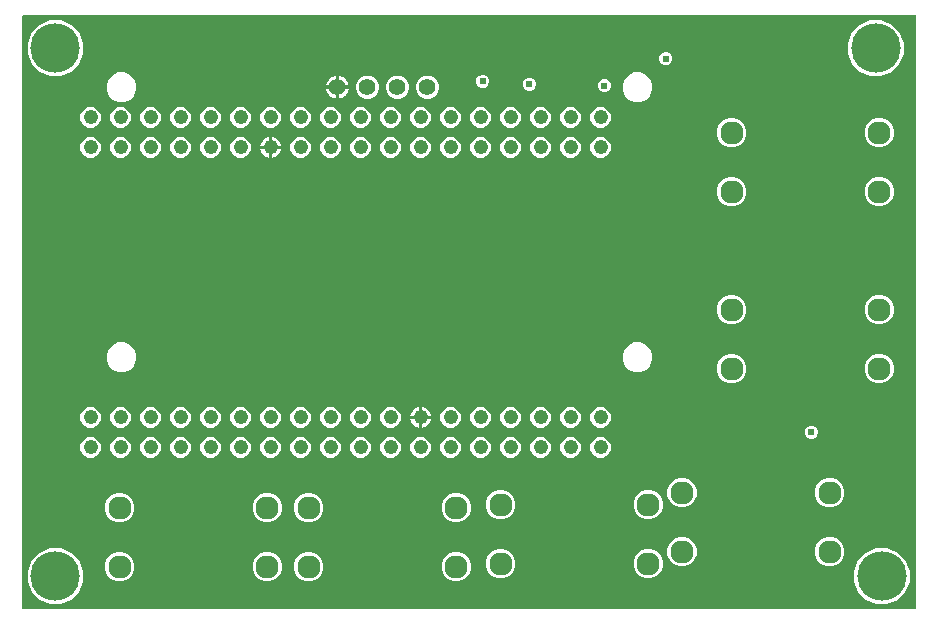
<source format=gbr>
G04 EAGLE Gerber RS-274X export*
G75*
%MOMM*%
%FSLAX34Y34*%
%LPD*%
%INCopper Layer 15*%
%IPPOS*%
%AMOC8*
5,1,8,0,0,1.08239X$1,22.5*%
G01*
%ADD10C,1.422400*%
%ADD11C,1.244600*%
%ADD12C,1.960000*%
%ADD13C,4.191000*%
%ADD14C,0.609600*%

G36*
X758718Y2544D02*
X758718Y2544D01*
X758737Y2542D01*
X758839Y2564D01*
X758941Y2580D01*
X758958Y2590D01*
X758978Y2594D01*
X759067Y2647D01*
X759158Y2696D01*
X759172Y2710D01*
X759189Y2720D01*
X759256Y2799D01*
X759328Y2874D01*
X759336Y2892D01*
X759349Y2907D01*
X759388Y3003D01*
X759431Y3097D01*
X759433Y3117D01*
X759441Y3135D01*
X759459Y3302D01*
X759459Y504698D01*
X759456Y504718D01*
X759458Y504737D01*
X759436Y504839D01*
X759420Y504941D01*
X759410Y504958D01*
X759406Y504978D01*
X759353Y505067D01*
X759304Y505158D01*
X759290Y505172D01*
X759280Y505189D01*
X759201Y505256D01*
X759126Y505328D01*
X759108Y505336D01*
X759093Y505349D01*
X758997Y505388D01*
X758903Y505431D01*
X758883Y505433D01*
X758865Y505441D01*
X758698Y505459D01*
X3302Y505459D01*
X3282Y505456D01*
X3263Y505458D01*
X3161Y505436D01*
X3059Y505420D01*
X3042Y505410D01*
X3022Y505406D01*
X2933Y505353D01*
X2842Y505304D01*
X2828Y505290D01*
X2811Y505280D01*
X2744Y505201D01*
X2672Y505126D01*
X2664Y505108D01*
X2651Y505093D01*
X2612Y504997D01*
X2569Y504903D01*
X2567Y504883D01*
X2559Y504865D01*
X2541Y504698D01*
X2541Y3302D01*
X2544Y3282D01*
X2542Y3263D01*
X2564Y3161D01*
X2580Y3059D01*
X2590Y3042D01*
X2594Y3022D01*
X2647Y2933D01*
X2696Y2842D01*
X2710Y2828D01*
X2720Y2811D01*
X2799Y2744D01*
X2874Y2672D01*
X2892Y2664D01*
X2907Y2651D01*
X3003Y2612D01*
X3097Y2569D01*
X3117Y2567D01*
X3135Y2559D01*
X3302Y2541D01*
X758698Y2541D01*
X758718Y2544D01*
G37*
%LPC*%
G36*
X720496Y454024D02*
X720496Y454024D01*
X711861Y457601D01*
X705251Y464211D01*
X701674Y472846D01*
X701674Y482194D01*
X705251Y490829D01*
X711861Y497439D01*
X720496Y501016D01*
X729844Y501016D01*
X738479Y497439D01*
X745089Y490829D01*
X748666Y482194D01*
X748666Y472846D01*
X745089Y464211D01*
X738479Y457601D01*
X729844Y454024D01*
X720496Y454024D01*
G37*
%LPD*%
%LPC*%
G36*
X25806Y454024D02*
X25806Y454024D01*
X17171Y457601D01*
X10561Y464211D01*
X6984Y472846D01*
X6984Y482194D01*
X10561Y490829D01*
X17171Y497439D01*
X25806Y501016D01*
X35154Y501016D01*
X43789Y497439D01*
X50399Y490829D01*
X53976Y482194D01*
X53976Y472846D01*
X50399Y464211D01*
X43789Y457601D01*
X35154Y454024D01*
X25806Y454024D01*
G37*
%LPD*%
%LPC*%
G36*
X25806Y6984D02*
X25806Y6984D01*
X17171Y10561D01*
X10561Y17171D01*
X6984Y25806D01*
X6984Y35154D01*
X10561Y43789D01*
X17171Y50399D01*
X25806Y53976D01*
X35154Y53976D01*
X43789Y50399D01*
X50399Y43789D01*
X53976Y35154D01*
X53976Y25806D01*
X50399Y17171D01*
X43789Y10561D01*
X35154Y6984D01*
X25806Y6984D01*
G37*
%LPD*%
%LPC*%
G36*
X725576Y6984D02*
X725576Y6984D01*
X716941Y10561D01*
X710331Y17171D01*
X706754Y25806D01*
X706754Y35154D01*
X710331Y43789D01*
X716941Y50399D01*
X725576Y53976D01*
X734924Y53976D01*
X743559Y50399D01*
X750169Y43789D01*
X753746Y35154D01*
X753746Y25806D01*
X750169Y17171D01*
X743559Y10561D01*
X734924Y6984D01*
X725576Y6984D01*
G37*
%LPD*%
%LPC*%
G36*
X83865Y431959D02*
X83865Y431959D01*
X79256Y433868D01*
X75728Y437396D01*
X73819Y442005D01*
X73819Y446995D01*
X75728Y451604D01*
X79256Y455132D01*
X83865Y457041D01*
X88855Y457041D01*
X93464Y455132D01*
X96992Y451604D01*
X98901Y446995D01*
X98901Y442005D01*
X96992Y437396D01*
X93464Y433868D01*
X88855Y431959D01*
X83865Y431959D01*
G37*
%LPD*%
%LPC*%
G36*
X520745Y431959D02*
X520745Y431959D01*
X516136Y433868D01*
X512608Y437396D01*
X510699Y442005D01*
X510699Y446995D01*
X512608Y451604D01*
X516136Y455132D01*
X520745Y457041D01*
X525735Y457041D01*
X530344Y455132D01*
X533872Y451604D01*
X535781Y446995D01*
X535781Y442005D01*
X533872Y437396D01*
X530344Y433868D01*
X525735Y431959D01*
X520745Y431959D01*
G37*
%LPD*%
%LPC*%
G36*
X83865Y203359D02*
X83865Y203359D01*
X79256Y205268D01*
X75728Y208796D01*
X73819Y213405D01*
X73819Y218395D01*
X75728Y223004D01*
X79256Y226532D01*
X83865Y228441D01*
X88855Y228441D01*
X93464Y226532D01*
X96992Y223004D01*
X98901Y218395D01*
X98901Y213405D01*
X96992Y208796D01*
X93464Y205268D01*
X88855Y203359D01*
X83865Y203359D01*
G37*
%LPD*%
%LPC*%
G36*
X520745Y203359D02*
X520745Y203359D01*
X516136Y205268D01*
X512608Y208796D01*
X510699Y213405D01*
X510699Y218395D01*
X512608Y223004D01*
X516136Y226532D01*
X520745Y228441D01*
X525735Y228441D01*
X530344Y226532D01*
X533872Y223004D01*
X535781Y218395D01*
X535781Y213405D01*
X533872Y208796D01*
X530344Y205268D01*
X525735Y203359D01*
X520745Y203359D01*
G37*
%LPD*%
%LPC*%
G36*
X242385Y26159D02*
X242385Y26159D01*
X237850Y28038D01*
X234378Y31510D01*
X232499Y36045D01*
X232499Y40955D01*
X234378Y45490D01*
X237850Y48962D01*
X242385Y50841D01*
X247295Y50841D01*
X251830Y48962D01*
X255302Y45490D01*
X257181Y40955D01*
X257181Y36045D01*
X255302Y31510D01*
X251830Y28038D01*
X247295Y26159D01*
X242385Y26159D01*
G37*
%LPD*%
%LPC*%
G36*
X242385Y76159D02*
X242385Y76159D01*
X237850Y78038D01*
X234378Y81510D01*
X232499Y86045D01*
X232499Y90955D01*
X234378Y95490D01*
X237850Y98962D01*
X242385Y100841D01*
X247295Y100841D01*
X251830Y98962D01*
X255302Y95490D01*
X257181Y90955D01*
X257181Y86045D01*
X255302Y81510D01*
X251830Y78038D01*
X247295Y76159D01*
X242385Y76159D01*
G37*
%LPD*%
%LPC*%
G36*
X367385Y26159D02*
X367385Y26159D01*
X362850Y28038D01*
X359378Y31510D01*
X357499Y36045D01*
X357499Y40955D01*
X359378Y45490D01*
X362850Y48962D01*
X367385Y50841D01*
X372295Y50841D01*
X376830Y48962D01*
X380302Y45490D01*
X382181Y40955D01*
X382181Y36045D01*
X380302Y31510D01*
X376830Y28038D01*
X372295Y26159D01*
X367385Y26159D01*
G37*
%LPD*%
%LPC*%
G36*
X82365Y26159D02*
X82365Y26159D01*
X77830Y28038D01*
X74358Y31510D01*
X72479Y36045D01*
X72479Y40955D01*
X74358Y45490D01*
X77830Y48962D01*
X82365Y50841D01*
X87275Y50841D01*
X91810Y48962D01*
X95282Y45490D01*
X97161Y40955D01*
X97161Y36045D01*
X95282Y31510D01*
X91810Y28038D01*
X87275Y26159D01*
X82365Y26159D01*
G37*
%LPD*%
%LPC*%
G36*
X207365Y26159D02*
X207365Y26159D01*
X202830Y28038D01*
X199358Y31510D01*
X197479Y36045D01*
X197479Y40955D01*
X199358Y45490D01*
X202830Y48962D01*
X207365Y50841D01*
X212275Y50841D01*
X216810Y48962D01*
X220282Y45490D01*
X222161Y40955D01*
X222161Y36045D01*
X220282Y31510D01*
X216810Y28038D01*
X212275Y26159D01*
X207365Y26159D01*
G37*
%LPD*%
%LPC*%
G36*
X404945Y28699D02*
X404945Y28699D01*
X400410Y30578D01*
X396938Y34050D01*
X395059Y38585D01*
X395059Y43495D01*
X396938Y48030D01*
X400410Y51502D01*
X404945Y53381D01*
X409855Y53381D01*
X414390Y51502D01*
X417862Y48030D01*
X419741Y43495D01*
X419741Y38585D01*
X417862Y34050D01*
X414390Y30578D01*
X409855Y28699D01*
X404945Y28699D01*
G37*
%LPD*%
%LPC*%
G36*
X529945Y28699D02*
X529945Y28699D01*
X525410Y30578D01*
X521938Y34050D01*
X520059Y38585D01*
X520059Y43495D01*
X521938Y48030D01*
X525410Y51502D01*
X529945Y53381D01*
X534855Y53381D01*
X539390Y51502D01*
X542862Y48030D01*
X544741Y43495D01*
X544741Y38585D01*
X542862Y34050D01*
X539390Y30578D01*
X534855Y28699D01*
X529945Y28699D01*
G37*
%LPD*%
%LPC*%
G36*
X600525Y193799D02*
X600525Y193799D01*
X595990Y195678D01*
X592518Y199150D01*
X590639Y203685D01*
X590639Y208595D01*
X592518Y213130D01*
X595990Y216602D01*
X600525Y218481D01*
X605435Y218481D01*
X609970Y216602D01*
X613442Y213130D01*
X615321Y208595D01*
X615321Y203685D01*
X613442Y199150D01*
X609970Y195678D01*
X605435Y193799D01*
X600525Y193799D01*
G37*
%LPD*%
%LPC*%
G36*
X683615Y88859D02*
X683615Y88859D01*
X679080Y90738D01*
X675608Y94210D01*
X673729Y98745D01*
X673729Y103655D01*
X675608Y108190D01*
X679080Y111662D01*
X683615Y113541D01*
X688525Y113541D01*
X693060Y111662D01*
X696532Y108190D01*
X698411Y103655D01*
X698411Y98745D01*
X696532Y94210D01*
X693060Y90738D01*
X688525Y88859D01*
X683615Y88859D01*
G37*
%LPD*%
%LPC*%
G36*
X558615Y88859D02*
X558615Y88859D01*
X554080Y90738D01*
X550608Y94210D01*
X548729Y98745D01*
X548729Y103655D01*
X550608Y108190D01*
X554080Y111662D01*
X558615Y113541D01*
X563525Y113541D01*
X568060Y111662D01*
X571532Y108190D01*
X573411Y103655D01*
X573411Y98745D01*
X571532Y94210D01*
X568060Y90738D01*
X563525Y88859D01*
X558615Y88859D01*
G37*
%LPD*%
%LPC*%
G36*
X529945Y78699D02*
X529945Y78699D01*
X525410Y80578D01*
X521938Y84050D01*
X520059Y88585D01*
X520059Y93495D01*
X521938Y98030D01*
X525410Y101502D01*
X529945Y103381D01*
X534855Y103381D01*
X539390Y101502D01*
X542862Y98030D01*
X544741Y93495D01*
X544741Y88585D01*
X542862Y84050D01*
X539390Y80578D01*
X534855Y78699D01*
X529945Y78699D01*
G37*
%LPD*%
%LPC*%
G36*
X404945Y78699D02*
X404945Y78699D01*
X400410Y80578D01*
X396938Y84050D01*
X395059Y88585D01*
X395059Y93495D01*
X396938Y98030D01*
X400410Y101502D01*
X404945Y103381D01*
X409855Y103381D01*
X414390Y101502D01*
X417862Y98030D01*
X419741Y93495D01*
X419741Y88585D01*
X417862Y84050D01*
X414390Y80578D01*
X409855Y78699D01*
X404945Y78699D01*
G37*
%LPD*%
%LPC*%
G36*
X367385Y76159D02*
X367385Y76159D01*
X362850Y78038D01*
X359378Y81510D01*
X357499Y86045D01*
X357499Y90955D01*
X359378Y95490D01*
X362850Y98962D01*
X367385Y100841D01*
X372295Y100841D01*
X376830Y98962D01*
X380302Y95490D01*
X382181Y90955D01*
X382181Y86045D01*
X380302Y81510D01*
X376830Y78038D01*
X372295Y76159D01*
X367385Y76159D01*
G37*
%LPD*%
%LPC*%
G36*
X725525Y393659D02*
X725525Y393659D01*
X720990Y395538D01*
X717518Y399010D01*
X715639Y403545D01*
X715639Y408455D01*
X717518Y412990D01*
X720990Y416462D01*
X725525Y418341D01*
X730435Y418341D01*
X734970Y416462D01*
X738442Y412990D01*
X740321Y408455D01*
X740321Y403545D01*
X738442Y399010D01*
X734970Y395538D01*
X730435Y393659D01*
X725525Y393659D01*
G37*
%LPD*%
%LPC*%
G36*
X725525Y193799D02*
X725525Y193799D01*
X720990Y195678D01*
X717518Y199150D01*
X715639Y203685D01*
X715639Y208595D01*
X717518Y213130D01*
X720990Y216602D01*
X725525Y218481D01*
X730435Y218481D01*
X734970Y216602D01*
X738442Y213130D01*
X740321Y208595D01*
X740321Y203685D01*
X738442Y199150D01*
X734970Y195678D01*
X730435Y193799D01*
X725525Y193799D01*
G37*
%LPD*%
%LPC*%
G36*
X600525Y393659D02*
X600525Y393659D01*
X595990Y395538D01*
X592518Y399010D01*
X590639Y403545D01*
X590639Y408455D01*
X592518Y412990D01*
X595990Y416462D01*
X600525Y418341D01*
X605435Y418341D01*
X609970Y416462D01*
X613442Y412990D01*
X615321Y408455D01*
X615321Y403545D01*
X613442Y399010D01*
X609970Y395538D01*
X605435Y393659D01*
X600525Y393659D01*
G37*
%LPD*%
%LPC*%
G36*
X558615Y38859D02*
X558615Y38859D01*
X554080Y40738D01*
X550608Y44210D01*
X548729Y48745D01*
X548729Y53655D01*
X550608Y58190D01*
X554080Y61662D01*
X558615Y63541D01*
X563525Y63541D01*
X568060Y61662D01*
X571532Y58190D01*
X573411Y53655D01*
X573411Y48745D01*
X571532Y44210D01*
X568060Y40738D01*
X563525Y38859D01*
X558615Y38859D01*
G37*
%LPD*%
%LPC*%
G36*
X600525Y243799D02*
X600525Y243799D01*
X595990Y245678D01*
X592518Y249150D01*
X590639Y253685D01*
X590639Y258595D01*
X592518Y263130D01*
X595990Y266602D01*
X600525Y268481D01*
X605435Y268481D01*
X609970Y266602D01*
X613442Y263130D01*
X615321Y258595D01*
X615321Y253685D01*
X613442Y249150D01*
X609970Y245678D01*
X605435Y243799D01*
X600525Y243799D01*
G37*
%LPD*%
%LPC*%
G36*
X725525Y243799D02*
X725525Y243799D01*
X720990Y245678D01*
X717518Y249150D01*
X715639Y253685D01*
X715639Y258595D01*
X717518Y263130D01*
X720990Y266602D01*
X725525Y268481D01*
X730435Y268481D01*
X734970Y266602D01*
X738442Y263130D01*
X740321Y258595D01*
X740321Y253685D01*
X738442Y249150D01*
X734970Y245678D01*
X730435Y243799D01*
X725525Y243799D01*
G37*
%LPD*%
%LPC*%
G36*
X600525Y343659D02*
X600525Y343659D01*
X595990Y345538D01*
X592518Y349010D01*
X590639Y353545D01*
X590639Y358455D01*
X592518Y362990D01*
X595990Y366462D01*
X600525Y368341D01*
X605435Y368341D01*
X609970Y366462D01*
X613442Y362990D01*
X615321Y358455D01*
X615321Y353545D01*
X613442Y349010D01*
X609970Y345538D01*
X605435Y343659D01*
X600525Y343659D01*
G37*
%LPD*%
%LPC*%
G36*
X725525Y343659D02*
X725525Y343659D01*
X720990Y345538D01*
X717518Y349010D01*
X715639Y353545D01*
X715639Y358455D01*
X717518Y362990D01*
X720990Y366462D01*
X725525Y368341D01*
X730435Y368341D01*
X734970Y366462D01*
X738442Y362990D01*
X740321Y358455D01*
X740321Y353545D01*
X738442Y349010D01*
X734970Y345538D01*
X730435Y343659D01*
X725525Y343659D01*
G37*
%LPD*%
%LPC*%
G36*
X207365Y76159D02*
X207365Y76159D01*
X202830Y78038D01*
X199358Y81510D01*
X197479Y86045D01*
X197479Y90955D01*
X199358Y95490D01*
X202830Y98962D01*
X207365Y100841D01*
X212275Y100841D01*
X216810Y98962D01*
X220282Y95490D01*
X222161Y90955D01*
X222161Y86045D01*
X220282Y81510D01*
X216810Y78038D01*
X212275Y76159D01*
X207365Y76159D01*
G37*
%LPD*%
%LPC*%
G36*
X82365Y76159D02*
X82365Y76159D01*
X77830Y78038D01*
X74358Y81510D01*
X72479Y86045D01*
X72479Y90955D01*
X74358Y95490D01*
X77830Y98962D01*
X82365Y100841D01*
X87275Y100841D01*
X91810Y98962D01*
X95282Y95490D01*
X97161Y90955D01*
X97161Y86045D01*
X95282Y81510D01*
X91810Y78038D01*
X87275Y76159D01*
X82365Y76159D01*
G37*
%LPD*%
%LPC*%
G36*
X683615Y38859D02*
X683615Y38859D01*
X679080Y40738D01*
X675608Y44210D01*
X673729Y48745D01*
X673729Y53655D01*
X675608Y58190D01*
X679080Y61662D01*
X683615Y63541D01*
X688525Y63541D01*
X693060Y61662D01*
X696532Y58190D01*
X698411Y53655D01*
X698411Y48745D01*
X696532Y44210D01*
X693060Y40738D01*
X688525Y38859D01*
X683615Y38859D01*
G37*
%LPD*%
%LPC*%
G36*
X318120Y434847D02*
X318120Y434847D01*
X314572Y436317D01*
X311857Y439032D01*
X310387Y442580D01*
X310387Y446420D01*
X311857Y449968D01*
X314572Y452683D01*
X318120Y454153D01*
X321960Y454153D01*
X325508Y452683D01*
X328223Y449968D01*
X329693Y446420D01*
X329693Y442580D01*
X328223Y439032D01*
X325508Y436317D01*
X321960Y434847D01*
X318120Y434847D01*
G37*
%LPD*%
%LPC*%
G36*
X343520Y434847D02*
X343520Y434847D01*
X339972Y436317D01*
X337257Y439032D01*
X335787Y442580D01*
X335787Y446420D01*
X337257Y449968D01*
X339972Y452683D01*
X343520Y454153D01*
X347360Y454153D01*
X350908Y452683D01*
X353623Y449968D01*
X355093Y446420D01*
X355093Y442580D01*
X353623Y439032D01*
X350908Y436317D01*
X347360Y434847D01*
X343520Y434847D01*
G37*
%LPD*%
%LPC*%
G36*
X292720Y434847D02*
X292720Y434847D01*
X289172Y436317D01*
X286457Y439032D01*
X284987Y442580D01*
X284987Y446420D01*
X286457Y449968D01*
X289172Y452683D01*
X292720Y454153D01*
X296560Y454153D01*
X300108Y452683D01*
X302823Y449968D01*
X304293Y446420D01*
X304293Y442580D01*
X302823Y439032D01*
X300108Y436317D01*
X296560Y434847D01*
X292720Y434847D01*
G37*
%LPD*%
%LPC*%
G36*
X58537Y410076D02*
X58537Y410076D01*
X55316Y411410D01*
X52850Y413876D01*
X51516Y417097D01*
X51516Y420583D01*
X52850Y423804D01*
X55316Y426270D01*
X58537Y427604D01*
X62023Y427604D01*
X65244Y426270D01*
X67710Y423804D01*
X69044Y420583D01*
X69044Y417097D01*
X67710Y413876D01*
X65244Y411410D01*
X62023Y410076D01*
X58537Y410076D01*
G37*
%LPD*%
%LPC*%
G36*
X490337Y384676D02*
X490337Y384676D01*
X487116Y386010D01*
X484650Y388476D01*
X483316Y391697D01*
X483316Y395183D01*
X484650Y398404D01*
X487116Y400870D01*
X490337Y402204D01*
X493823Y402204D01*
X497044Y400870D01*
X499510Y398404D01*
X500844Y395183D01*
X500844Y391697D01*
X499510Y388476D01*
X497044Y386010D01*
X493823Y384676D01*
X490337Y384676D01*
G37*
%LPD*%
%LPC*%
G36*
X464937Y384676D02*
X464937Y384676D01*
X461716Y386010D01*
X459250Y388476D01*
X457916Y391697D01*
X457916Y395183D01*
X459250Y398404D01*
X461716Y400870D01*
X464937Y402204D01*
X468423Y402204D01*
X471644Y400870D01*
X474110Y398404D01*
X475444Y395183D01*
X475444Y391697D01*
X474110Y388476D01*
X471644Y386010D01*
X468423Y384676D01*
X464937Y384676D01*
G37*
%LPD*%
%LPC*%
G36*
X439537Y384676D02*
X439537Y384676D01*
X436316Y386010D01*
X433850Y388476D01*
X432516Y391697D01*
X432516Y395183D01*
X433850Y398404D01*
X436316Y400870D01*
X439537Y402204D01*
X443023Y402204D01*
X446244Y400870D01*
X448710Y398404D01*
X450044Y395183D01*
X450044Y391697D01*
X448710Y388476D01*
X446244Y386010D01*
X443023Y384676D01*
X439537Y384676D01*
G37*
%LPD*%
%LPC*%
G36*
X414137Y384676D02*
X414137Y384676D01*
X410916Y386010D01*
X408450Y388476D01*
X407116Y391697D01*
X407116Y395183D01*
X408450Y398404D01*
X410916Y400870D01*
X414137Y402204D01*
X417623Y402204D01*
X420844Y400870D01*
X423310Y398404D01*
X424644Y395183D01*
X424644Y391697D01*
X423310Y388476D01*
X420844Y386010D01*
X417623Y384676D01*
X414137Y384676D01*
G37*
%LPD*%
%LPC*%
G36*
X388737Y384676D02*
X388737Y384676D01*
X385516Y386010D01*
X383050Y388476D01*
X381716Y391697D01*
X381716Y395183D01*
X383050Y398404D01*
X385516Y400870D01*
X388737Y402204D01*
X392223Y402204D01*
X395444Y400870D01*
X397910Y398404D01*
X399244Y395183D01*
X399244Y391697D01*
X397910Y388476D01*
X395444Y386010D01*
X392223Y384676D01*
X388737Y384676D01*
G37*
%LPD*%
%LPC*%
G36*
X363337Y384676D02*
X363337Y384676D01*
X360116Y386010D01*
X357650Y388476D01*
X356316Y391697D01*
X356316Y395183D01*
X357650Y398404D01*
X360116Y400870D01*
X363337Y402204D01*
X366823Y402204D01*
X370044Y400870D01*
X372510Y398404D01*
X373844Y395183D01*
X373844Y391697D01*
X372510Y388476D01*
X370044Y386010D01*
X366823Y384676D01*
X363337Y384676D01*
G37*
%LPD*%
%LPC*%
G36*
X337937Y384676D02*
X337937Y384676D01*
X334716Y386010D01*
X332250Y388476D01*
X330916Y391697D01*
X330916Y395183D01*
X332250Y398404D01*
X334716Y400870D01*
X337937Y402204D01*
X341423Y402204D01*
X344644Y400870D01*
X347110Y398404D01*
X348444Y395183D01*
X348444Y391697D01*
X347110Y388476D01*
X344644Y386010D01*
X341423Y384676D01*
X337937Y384676D01*
G37*
%LPD*%
%LPC*%
G36*
X312537Y384676D02*
X312537Y384676D01*
X309316Y386010D01*
X306850Y388476D01*
X305516Y391697D01*
X305516Y395183D01*
X306850Y398404D01*
X309316Y400870D01*
X312537Y402204D01*
X316023Y402204D01*
X319244Y400870D01*
X321710Y398404D01*
X323044Y395183D01*
X323044Y391697D01*
X321710Y388476D01*
X319244Y386010D01*
X316023Y384676D01*
X312537Y384676D01*
G37*
%LPD*%
%LPC*%
G36*
X287137Y384676D02*
X287137Y384676D01*
X283916Y386010D01*
X281450Y388476D01*
X280116Y391697D01*
X280116Y395183D01*
X281450Y398404D01*
X283916Y400870D01*
X287137Y402204D01*
X290623Y402204D01*
X293844Y400870D01*
X296310Y398404D01*
X297644Y395183D01*
X297644Y391697D01*
X296310Y388476D01*
X293844Y386010D01*
X290623Y384676D01*
X287137Y384676D01*
G37*
%LPD*%
%LPC*%
G36*
X261737Y384676D02*
X261737Y384676D01*
X258516Y386010D01*
X256050Y388476D01*
X254716Y391697D01*
X254716Y395183D01*
X256050Y398404D01*
X258516Y400870D01*
X261737Y402204D01*
X265223Y402204D01*
X268444Y400870D01*
X270910Y398404D01*
X272244Y395183D01*
X272244Y391697D01*
X270910Y388476D01*
X268444Y386010D01*
X265223Y384676D01*
X261737Y384676D01*
G37*
%LPD*%
%LPC*%
G36*
X236337Y384676D02*
X236337Y384676D01*
X233116Y386010D01*
X230650Y388476D01*
X229316Y391697D01*
X229316Y395183D01*
X230650Y398404D01*
X233116Y400870D01*
X236337Y402204D01*
X239823Y402204D01*
X243044Y400870D01*
X245510Y398404D01*
X246844Y395183D01*
X246844Y391697D01*
X245510Y388476D01*
X243044Y386010D01*
X239823Y384676D01*
X236337Y384676D01*
G37*
%LPD*%
%LPC*%
G36*
X185537Y384676D02*
X185537Y384676D01*
X182316Y386010D01*
X179850Y388476D01*
X178516Y391697D01*
X178516Y395183D01*
X179850Y398404D01*
X182316Y400870D01*
X185537Y402204D01*
X189023Y402204D01*
X192244Y400870D01*
X194710Y398404D01*
X196044Y395183D01*
X196044Y391697D01*
X194710Y388476D01*
X192244Y386010D01*
X189023Y384676D01*
X185537Y384676D01*
G37*
%LPD*%
%LPC*%
G36*
X160137Y384676D02*
X160137Y384676D01*
X156916Y386010D01*
X154450Y388476D01*
X153116Y391697D01*
X153116Y395183D01*
X154450Y398404D01*
X156916Y400870D01*
X160137Y402204D01*
X163623Y402204D01*
X166844Y400870D01*
X169310Y398404D01*
X170644Y395183D01*
X170644Y391697D01*
X169310Y388476D01*
X166844Y386010D01*
X163623Y384676D01*
X160137Y384676D01*
G37*
%LPD*%
%LPC*%
G36*
X134737Y384676D02*
X134737Y384676D01*
X131516Y386010D01*
X129050Y388476D01*
X127716Y391697D01*
X127716Y395183D01*
X129050Y398404D01*
X131516Y400870D01*
X134737Y402204D01*
X138223Y402204D01*
X141444Y400870D01*
X143910Y398404D01*
X145244Y395183D01*
X145244Y391697D01*
X143910Y388476D01*
X141444Y386010D01*
X138223Y384676D01*
X134737Y384676D01*
G37*
%LPD*%
%LPC*%
G36*
X109337Y384676D02*
X109337Y384676D01*
X106116Y386010D01*
X103650Y388476D01*
X102316Y391697D01*
X102316Y395183D01*
X103650Y398404D01*
X106116Y400870D01*
X109337Y402204D01*
X112823Y402204D01*
X116044Y400870D01*
X118510Y398404D01*
X119844Y395183D01*
X119844Y391697D01*
X118510Y388476D01*
X116044Y386010D01*
X112823Y384676D01*
X109337Y384676D01*
G37*
%LPD*%
%LPC*%
G36*
X83937Y384676D02*
X83937Y384676D01*
X80716Y386010D01*
X78250Y388476D01*
X76916Y391697D01*
X76916Y395183D01*
X78250Y398404D01*
X80716Y400870D01*
X83937Y402204D01*
X87423Y402204D01*
X90644Y400870D01*
X93110Y398404D01*
X94444Y395183D01*
X94444Y391697D01*
X93110Y388476D01*
X90644Y386010D01*
X87423Y384676D01*
X83937Y384676D01*
G37*
%LPD*%
%LPC*%
G36*
X58537Y384676D02*
X58537Y384676D01*
X55316Y386010D01*
X52850Y388476D01*
X51516Y391697D01*
X51516Y395183D01*
X52850Y398404D01*
X55316Y400870D01*
X58537Y402204D01*
X62023Y402204D01*
X65244Y400870D01*
X67710Y398404D01*
X69044Y395183D01*
X69044Y391697D01*
X67710Y388476D01*
X65244Y386010D01*
X62023Y384676D01*
X58537Y384676D01*
G37*
%LPD*%
%LPC*%
G36*
X83937Y410076D02*
X83937Y410076D01*
X80716Y411410D01*
X78250Y413876D01*
X76916Y417097D01*
X76916Y420583D01*
X78250Y423804D01*
X80716Y426270D01*
X83937Y427604D01*
X87423Y427604D01*
X90644Y426270D01*
X93110Y423804D01*
X94444Y420583D01*
X94444Y417097D01*
X93110Y413876D01*
X90644Y411410D01*
X87423Y410076D01*
X83937Y410076D01*
G37*
%LPD*%
%LPC*%
G36*
X109337Y410076D02*
X109337Y410076D01*
X106116Y411410D01*
X103650Y413876D01*
X102316Y417097D01*
X102316Y420583D01*
X103650Y423804D01*
X106116Y426270D01*
X109337Y427604D01*
X112823Y427604D01*
X116044Y426270D01*
X118510Y423804D01*
X119844Y420583D01*
X119844Y417097D01*
X118510Y413876D01*
X116044Y411410D01*
X112823Y410076D01*
X109337Y410076D01*
G37*
%LPD*%
%LPC*%
G36*
X134737Y410076D02*
X134737Y410076D01*
X131516Y411410D01*
X129050Y413876D01*
X127716Y417097D01*
X127716Y420583D01*
X129050Y423804D01*
X131516Y426270D01*
X134737Y427604D01*
X138223Y427604D01*
X141444Y426270D01*
X143910Y423804D01*
X145244Y420583D01*
X145244Y417097D01*
X143910Y413876D01*
X141444Y411410D01*
X138223Y410076D01*
X134737Y410076D01*
G37*
%LPD*%
%LPC*%
G36*
X160137Y410076D02*
X160137Y410076D01*
X156916Y411410D01*
X154450Y413876D01*
X153116Y417097D01*
X153116Y420583D01*
X154450Y423804D01*
X156916Y426270D01*
X160137Y427604D01*
X163623Y427604D01*
X166844Y426270D01*
X169310Y423804D01*
X170644Y420583D01*
X170644Y417097D01*
X169310Y413876D01*
X166844Y411410D01*
X163623Y410076D01*
X160137Y410076D01*
G37*
%LPD*%
%LPC*%
G36*
X464937Y156076D02*
X464937Y156076D01*
X461716Y157410D01*
X459250Y159876D01*
X457916Y163097D01*
X457916Y166583D01*
X459250Y169804D01*
X461716Y172270D01*
X464937Y173604D01*
X468423Y173604D01*
X471644Y172270D01*
X474110Y169804D01*
X475444Y166583D01*
X475444Y163097D01*
X474110Y159876D01*
X471644Y157410D01*
X468423Y156076D01*
X464937Y156076D01*
G37*
%LPD*%
%LPC*%
G36*
X236337Y410076D02*
X236337Y410076D01*
X233116Y411410D01*
X230650Y413876D01*
X229316Y417097D01*
X229316Y420583D01*
X230650Y423804D01*
X233116Y426270D01*
X236337Y427604D01*
X239823Y427604D01*
X243044Y426270D01*
X245510Y423804D01*
X246844Y420583D01*
X246844Y417097D01*
X245510Y413876D01*
X243044Y411410D01*
X239823Y410076D01*
X236337Y410076D01*
G37*
%LPD*%
%LPC*%
G36*
X261737Y410076D02*
X261737Y410076D01*
X258516Y411410D01*
X256050Y413876D01*
X254716Y417097D01*
X254716Y420583D01*
X256050Y423804D01*
X258516Y426270D01*
X261737Y427604D01*
X265223Y427604D01*
X268444Y426270D01*
X270910Y423804D01*
X272244Y420583D01*
X272244Y417097D01*
X270910Y413876D01*
X268444Y411410D01*
X265223Y410076D01*
X261737Y410076D01*
G37*
%LPD*%
%LPC*%
G36*
X287137Y410076D02*
X287137Y410076D01*
X283916Y411410D01*
X281450Y413876D01*
X280116Y417097D01*
X280116Y420583D01*
X281450Y423804D01*
X283916Y426270D01*
X287137Y427604D01*
X290623Y427604D01*
X293844Y426270D01*
X296310Y423804D01*
X297644Y420583D01*
X297644Y417097D01*
X296310Y413876D01*
X293844Y411410D01*
X290623Y410076D01*
X287137Y410076D01*
G37*
%LPD*%
%LPC*%
G36*
X312537Y410076D02*
X312537Y410076D01*
X309316Y411410D01*
X306850Y413876D01*
X305516Y417097D01*
X305516Y420583D01*
X306850Y423804D01*
X309316Y426270D01*
X312537Y427604D01*
X316023Y427604D01*
X319244Y426270D01*
X321710Y423804D01*
X323044Y420583D01*
X323044Y417097D01*
X321710Y413876D01*
X319244Y411410D01*
X316023Y410076D01*
X312537Y410076D01*
G37*
%LPD*%
%LPC*%
G36*
X337937Y410076D02*
X337937Y410076D01*
X334716Y411410D01*
X332250Y413876D01*
X330916Y417097D01*
X330916Y420583D01*
X332250Y423804D01*
X334716Y426270D01*
X337937Y427604D01*
X341423Y427604D01*
X344644Y426270D01*
X347110Y423804D01*
X348444Y420583D01*
X348444Y417097D01*
X347110Y413876D01*
X344644Y411410D01*
X341423Y410076D01*
X337937Y410076D01*
G37*
%LPD*%
%LPC*%
G36*
X363337Y410076D02*
X363337Y410076D01*
X360116Y411410D01*
X357650Y413876D01*
X356316Y417097D01*
X356316Y420583D01*
X357650Y423804D01*
X360116Y426270D01*
X363337Y427604D01*
X366823Y427604D01*
X370044Y426270D01*
X372510Y423804D01*
X373844Y420583D01*
X373844Y417097D01*
X372510Y413876D01*
X370044Y411410D01*
X366823Y410076D01*
X363337Y410076D01*
G37*
%LPD*%
%LPC*%
G36*
X388737Y410076D02*
X388737Y410076D01*
X385516Y411410D01*
X383050Y413876D01*
X381716Y417097D01*
X381716Y420583D01*
X383050Y423804D01*
X385516Y426270D01*
X388737Y427604D01*
X392223Y427604D01*
X395444Y426270D01*
X397910Y423804D01*
X399244Y420583D01*
X399244Y417097D01*
X397910Y413876D01*
X395444Y411410D01*
X392223Y410076D01*
X388737Y410076D01*
G37*
%LPD*%
%LPC*%
G36*
X414137Y410076D02*
X414137Y410076D01*
X410916Y411410D01*
X408450Y413876D01*
X407116Y417097D01*
X407116Y420583D01*
X408450Y423804D01*
X410916Y426270D01*
X414137Y427604D01*
X417623Y427604D01*
X420844Y426270D01*
X423310Y423804D01*
X424644Y420583D01*
X424644Y417097D01*
X423310Y413876D01*
X420844Y411410D01*
X417623Y410076D01*
X414137Y410076D01*
G37*
%LPD*%
%LPC*%
G36*
X490337Y156076D02*
X490337Y156076D01*
X487116Y157410D01*
X484650Y159876D01*
X483316Y163097D01*
X483316Y166583D01*
X484650Y169804D01*
X487116Y172270D01*
X490337Y173604D01*
X493823Y173604D01*
X497044Y172270D01*
X499510Y169804D01*
X500844Y166583D01*
X500844Y163097D01*
X499510Y159876D01*
X497044Y157410D01*
X493823Y156076D01*
X490337Y156076D01*
G37*
%LPD*%
%LPC*%
G36*
X439537Y410076D02*
X439537Y410076D01*
X436316Y411410D01*
X433850Y413876D01*
X432516Y417097D01*
X432516Y420583D01*
X433850Y423804D01*
X436316Y426270D01*
X439537Y427604D01*
X443023Y427604D01*
X446244Y426270D01*
X448710Y423804D01*
X450044Y420583D01*
X450044Y417097D01*
X448710Y413876D01*
X446244Y411410D01*
X443023Y410076D01*
X439537Y410076D01*
G37*
%LPD*%
%LPC*%
G36*
X439537Y156076D02*
X439537Y156076D01*
X436316Y157410D01*
X433850Y159876D01*
X432516Y163097D01*
X432516Y166583D01*
X433850Y169804D01*
X436316Y172270D01*
X439537Y173604D01*
X443023Y173604D01*
X446244Y172270D01*
X448710Y169804D01*
X450044Y166583D01*
X450044Y163097D01*
X448710Y159876D01*
X446244Y157410D01*
X443023Y156076D01*
X439537Y156076D01*
G37*
%LPD*%
%LPC*%
G36*
X414137Y156076D02*
X414137Y156076D01*
X410916Y157410D01*
X408450Y159876D01*
X407116Y163097D01*
X407116Y166583D01*
X408450Y169804D01*
X410916Y172270D01*
X414137Y173604D01*
X417623Y173604D01*
X420844Y172270D01*
X423310Y169804D01*
X424644Y166583D01*
X424644Y163097D01*
X423310Y159876D01*
X420844Y157410D01*
X417623Y156076D01*
X414137Y156076D01*
G37*
%LPD*%
%LPC*%
G36*
X388737Y156076D02*
X388737Y156076D01*
X385516Y157410D01*
X383050Y159876D01*
X381716Y163097D01*
X381716Y166583D01*
X383050Y169804D01*
X385516Y172270D01*
X388737Y173604D01*
X392223Y173604D01*
X395444Y172270D01*
X397910Y169804D01*
X399244Y166583D01*
X399244Y163097D01*
X397910Y159876D01*
X395444Y157410D01*
X392223Y156076D01*
X388737Y156076D01*
G37*
%LPD*%
%LPC*%
G36*
X363337Y156076D02*
X363337Y156076D01*
X360116Y157410D01*
X357650Y159876D01*
X356316Y163097D01*
X356316Y166583D01*
X357650Y169804D01*
X360116Y172270D01*
X363337Y173604D01*
X366823Y173604D01*
X370044Y172270D01*
X372510Y169804D01*
X373844Y166583D01*
X373844Y163097D01*
X372510Y159876D01*
X370044Y157410D01*
X366823Y156076D01*
X363337Y156076D01*
G37*
%LPD*%
%LPC*%
G36*
X312537Y156076D02*
X312537Y156076D01*
X309316Y157410D01*
X306850Y159876D01*
X305516Y163097D01*
X305516Y166583D01*
X306850Y169804D01*
X309316Y172270D01*
X312537Y173604D01*
X316023Y173604D01*
X319244Y172270D01*
X321710Y169804D01*
X323044Y166583D01*
X323044Y163097D01*
X321710Y159876D01*
X319244Y157410D01*
X316023Y156076D01*
X312537Y156076D01*
G37*
%LPD*%
%LPC*%
G36*
X287137Y156076D02*
X287137Y156076D01*
X283916Y157410D01*
X281450Y159876D01*
X280116Y163097D01*
X280116Y166583D01*
X281450Y169804D01*
X283916Y172270D01*
X287137Y173604D01*
X290623Y173604D01*
X293844Y172270D01*
X296310Y169804D01*
X297644Y166583D01*
X297644Y163097D01*
X296310Y159876D01*
X293844Y157410D01*
X290623Y156076D01*
X287137Y156076D01*
G37*
%LPD*%
%LPC*%
G36*
X261737Y156076D02*
X261737Y156076D01*
X258516Y157410D01*
X256050Y159876D01*
X254716Y163097D01*
X254716Y166583D01*
X256050Y169804D01*
X258516Y172270D01*
X261737Y173604D01*
X265223Y173604D01*
X268444Y172270D01*
X270910Y169804D01*
X272244Y166583D01*
X272244Y163097D01*
X270910Y159876D01*
X268444Y157410D01*
X265223Y156076D01*
X261737Y156076D01*
G37*
%LPD*%
%LPC*%
G36*
X236337Y156076D02*
X236337Y156076D01*
X233116Y157410D01*
X230650Y159876D01*
X229316Y163097D01*
X229316Y166583D01*
X230650Y169804D01*
X233116Y172270D01*
X236337Y173604D01*
X239823Y173604D01*
X243044Y172270D01*
X245510Y169804D01*
X246844Y166583D01*
X246844Y163097D01*
X245510Y159876D01*
X243044Y157410D01*
X239823Y156076D01*
X236337Y156076D01*
G37*
%LPD*%
%LPC*%
G36*
X210937Y156076D02*
X210937Y156076D01*
X207716Y157410D01*
X205250Y159876D01*
X203916Y163097D01*
X203916Y166583D01*
X205250Y169804D01*
X207716Y172270D01*
X210937Y173604D01*
X214423Y173604D01*
X217644Y172270D01*
X220110Y169804D01*
X221444Y166583D01*
X221444Y163097D01*
X220110Y159876D01*
X217644Y157410D01*
X214423Y156076D01*
X210937Y156076D01*
G37*
%LPD*%
%LPC*%
G36*
X185537Y156076D02*
X185537Y156076D01*
X182316Y157410D01*
X179850Y159876D01*
X178516Y163097D01*
X178516Y166583D01*
X179850Y169804D01*
X182316Y172270D01*
X185537Y173604D01*
X189023Y173604D01*
X192244Y172270D01*
X194710Y169804D01*
X196044Y166583D01*
X196044Y163097D01*
X194710Y159876D01*
X192244Y157410D01*
X189023Y156076D01*
X185537Y156076D01*
G37*
%LPD*%
%LPC*%
G36*
X160137Y156076D02*
X160137Y156076D01*
X156916Y157410D01*
X154450Y159876D01*
X153116Y163097D01*
X153116Y166583D01*
X154450Y169804D01*
X156916Y172270D01*
X160137Y173604D01*
X163623Y173604D01*
X166844Y172270D01*
X169310Y169804D01*
X170644Y166583D01*
X170644Y163097D01*
X169310Y159876D01*
X166844Y157410D01*
X163623Y156076D01*
X160137Y156076D01*
G37*
%LPD*%
%LPC*%
G36*
X134737Y156076D02*
X134737Y156076D01*
X131516Y157410D01*
X129050Y159876D01*
X127716Y163097D01*
X127716Y166583D01*
X129050Y169804D01*
X131516Y172270D01*
X134737Y173604D01*
X138223Y173604D01*
X141444Y172270D01*
X143910Y169804D01*
X145244Y166583D01*
X145244Y163097D01*
X143910Y159876D01*
X141444Y157410D01*
X138223Y156076D01*
X134737Y156076D01*
G37*
%LPD*%
%LPC*%
G36*
X109337Y156076D02*
X109337Y156076D01*
X106116Y157410D01*
X103650Y159876D01*
X102316Y163097D01*
X102316Y166583D01*
X103650Y169804D01*
X106116Y172270D01*
X109337Y173604D01*
X112823Y173604D01*
X116044Y172270D01*
X118510Y169804D01*
X119844Y166583D01*
X119844Y163097D01*
X118510Y159876D01*
X116044Y157410D01*
X112823Y156076D01*
X109337Y156076D01*
G37*
%LPD*%
%LPC*%
G36*
X83937Y156076D02*
X83937Y156076D01*
X80716Y157410D01*
X78250Y159876D01*
X76916Y163097D01*
X76916Y166583D01*
X78250Y169804D01*
X80716Y172270D01*
X83937Y173604D01*
X87423Y173604D01*
X90644Y172270D01*
X93110Y169804D01*
X94444Y166583D01*
X94444Y163097D01*
X93110Y159876D01*
X90644Y157410D01*
X87423Y156076D01*
X83937Y156076D01*
G37*
%LPD*%
%LPC*%
G36*
X58537Y156076D02*
X58537Y156076D01*
X55316Y157410D01*
X52850Y159876D01*
X51516Y163097D01*
X51516Y166583D01*
X52850Y169804D01*
X55316Y172270D01*
X58537Y173604D01*
X62023Y173604D01*
X65244Y172270D01*
X67710Y169804D01*
X69044Y166583D01*
X69044Y163097D01*
X67710Y159876D01*
X65244Y157410D01*
X62023Y156076D01*
X58537Y156076D01*
G37*
%LPD*%
%LPC*%
G36*
X464937Y410076D02*
X464937Y410076D01*
X461716Y411410D01*
X459250Y413876D01*
X457916Y417097D01*
X457916Y420583D01*
X459250Y423804D01*
X461716Y426270D01*
X464937Y427604D01*
X468423Y427604D01*
X471644Y426270D01*
X474110Y423804D01*
X475444Y420583D01*
X475444Y417097D01*
X474110Y413876D01*
X471644Y411410D01*
X468423Y410076D01*
X464937Y410076D01*
G37*
%LPD*%
%LPC*%
G36*
X490337Y410076D02*
X490337Y410076D01*
X487116Y411410D01*
X484650Y413876D01*
X483316Y417097D01*
X483316Y420583D01*
X484650Y423804D01*
X487116Y426270D01*
X490337Y427604D01*
X493823Y427604D01*
X497044Y426270D01*
X499510Y423804D01*
X500844Y420583D01*
X500844Y417097D01*
X499510Y413876D01*
X497044Y411410D01*
X493823Y410076D01*
X490337Y410076D01*
G37*
%LPD*%
%LPC*%
G36*
X185537Y410076D02*
X185537Y410076D01*
X182316Y411410D01*
X179850Y413876D01*
X178516Y417097D01*
X178516Y420583D01*
X179850Y423804D01*
X182316Y426270D01*
X185537Y427604D01*
X189023Y427604D01*
X192244Y426270D01*
X194710Y423804D01*
X196044Y420583D01*
X196044Y417097D01*
X194710Y413876D01*
X192244Y411410D01*
X189023Y410076D01*
X185537Y410076D01*
G37*
%LPD*%
%LPC*%
G36*
X210937Y410076D02*
X210937Y410076D01*
X207716Y411410D01*
X205250Y413876D01*
X203916Y417097D01*
X203916Y420583D01*
X205250Y423804D01*
X207716Y426270D01*
X210937Y427604D01*
X214423Y427604D01*
X217644Y426270D01*
X220110Y423804D01*
X221444Y420583D01*
X221444Y417097D01*
X220110Y413876D01*
X217644Y411410D01*
X214423Y410076D01*
X210937Y410076D01*
G37*
%LPD*%
%LPC*%
G36*
X109337Y130676D02*
X109337Y130676D01*
X106116Y132010D01*
X103650Y134476D01*
X102316Y137697D01*
X102316Y141183D01*
X103650Y144404D01*
X106116Y146870D01*
X109337Y148204D01*
X112823Y148204D01*
X116044Y146870D01*
X118510Y144404D01*
X119844Y141183D01*
X119844Y137697D01*
X118510Y134476D01*
X116044Y132010D01*
X112823Y130676D01*
X109337Y130676D01*
G37*
%LPD*%
%LPC*%
G36*
X134737Y130676D02*
X134737Y130676D01*
X131516Y132010D01*
X129050Y134476D01*
X127716Y137697D01*
X127716Y141183D01*
X129050Y144404D01*
X131516Y146870D01*
X134737Y148204D01*
X138223Y148204D01*
X141444Y146870D01*
X143910Y144404D01*
X145244Y141183D01*
X145244Y137697D01*
X143910Y134476D01*
X141444Y132010D01*
X138223Y130676D01*
X134737Y130676D01*
G37*
%LPD*%
%LPC*%
G36*
X490337Y130676D02*
X490337Y130676D01*
X487116Y132010D01*
X484650Y134476D01*
X483316Y137697D01*
X483316Y141183D01*
X484650Y144404D01*
X487116Y146870D01*
X490337Y148204D01*
X493823Y148204D01*
X497044Y146870D01*
X499510Y144404D01*
X500844Y141183D01*
X500844Y137697D01*
X499510Y134476D01*
X497044Y132010D01*
X493823Y130676D01*
X490337Y130676D01*
G37*
%LPD*%
%LPC*%
G36*
X464937Y130676D02*
X464937Y130676D01*
X461716Y132010D01*
X459250Y134476D01*
X457916Y137697D01*
X457916Y141183D01*
X459250Y144404D01*
X461716Y146870D01*
X464937Y148204D01*
X468423Y148204D01*
X471644Y146870D01*
X474110Y144404D01*
X475444Y141183D01*
X475444Y137697D01*
X474110Y134476D01*
X471644Y132010D01*
X468423Y130676D01*
X464937Y130676D01*
G37*
%LPD*%
%LPC*%
G36*
X83937Y130676D02*
X83937Y130676D01*
X80716Y132010D01*
X78250Y134476D01*
X76916Y137697D01*
X76916Y141183D01*
X78250Y144404D01*
X80716Y146870D01*
X83937Y148204D01*
X87423Y148204D01*
X90644Y146870D01*
X93110Y144404D01*
X94444Y141183D01*
X94444Y137697D01*
X93110Y134476D01*
X90644Y132010D01*
X87423Y130676D01*
X83937Y130676D01*
G37*
%LPD*%
%LPC*%
G36*
X58537Y130676D02*
X58537Y130676D01*
X55316Y132010D01*
X52850Y134476D01*
X51516Y137697D01*
X51516Y141183D01*
X52850Y144404D01*
X55316Y146870D01*
X58537Y148204D01*
X62023Y148204D01*
X65244Y146870D01*
X67710Y144404D01*
X69044Y141183D01*
X69044Y137697D01*
X67710Y134476D01*
X65244Y132010D01*
X62023Y130676D01*
X58537Y130676D01*
G37*
%LPD*%
%LPC*%
G36*
X439537Y130676D02*
X439537Y130676D01*
X436316Y132010D01*
X433850Y134476D01*
X432516Y137697D01*
X432516Y141183D01*
X433850Y144404D01*
X436316Y146870D01*
X439537Y148204D01*
X443023Y148204D01*
X446244Y146870D01*
X448710Y144404D01*
X450044Y141183D01*
X450044Y137697D01*
X448710Y134476D01*
X446244Y132010D01*
X443023Y130676D01*
X439537Y130676D01*
G37*
%LPD*%
%LPC*%
G36*
X414137Y130676D02*
X414137Y130676D01*
X410916Y132010D01*
X408450Y134476D01*
X407116Y137697D01*
X407116Y141183D01*
X408450Y144404D01*
X410916Y146870D01*
X414137Y148204D01*
X417623Y148204D01*
X420844Y146870D01*
X423310Y144404D01*
X424644Y141183D01*
X424644Y137697D01*
X423310Y134476D01*
X420844Y132010D01*
X417623Y130676D01*
X414137Y130676D01*
G37*
%LPD*%
%LPC*%
G36*
X388737Y130676D02*
X388737Y130676D01*
X385516Y132010D01*
X383050Y134476D01*
X381716Y137697D01*
X381716Y141183D01*
X383050Y144404D01*
X385516Y146870D01*
X388737Y148204D01*
X392223Y148204D01*
X395444Y146870D01*
X397910Y144404D01*
X399244Y141183D01*
X399244Y137697D01*
X397910Y134476D01*
X395444Y132010D01*
X392223Y130676D01*
X388737Y130676D01*
G37*
%LPD*%
%LPC*%
G36*
X363337Y130676D02*
X363337Y130676D01*
X360116Y132010D01*
X357650Y134476D01*
X356316Y137697D01*
X356316Y141183D01*
X357650Y144404D01*
X360116Y146870D01*
X363337Y148204D01*
X366823Y148204D01*
X370044Y146870D01*
X372510Y144404D01*
X373844Y141183D01*
X373844Y137697D01*
X372510Y134476D01*
X370044Y132010D01*
X366823Y130676D01*
X363337Y130676D01*
G37*
%LPD*%
%LPC*%
G36*
X337937Y130676D02*
X337937Y130676D01*
X334716Y132010D01*
X332250Y134476D01*
X330916Y137697D01*
X330916Y141183D01*
X332250Y144404D01*
X334716Y146870D01*
X337937Y148204D01*
X341423Y148204D01*
X344644Y146870D01*
X347110Y144404D01*
X348444Y141183D01*
X348444Y137697D01*
X347110Y134476D01*
X344644Y132010D01*
X341423Y130676D01*
X337937Y130676D01*
G37*
%LPD*%
%LPC*%
G36*
X312537Y130676D02*
X312537Y130676D01*
X309316Y132010D01*
X306850Y134476D01*
X305516Y137697D01*
X305516Y141183D01*
X306850Y144404D01*
X309316Y146870D01*
X312537Y148204D01*
X316023Y148204D01*
X319244Y146870D01*
X321710Y144404D01*
X323044Y141183D01*
X323044Y137697D01*
X321710Y134476D01*
X319244Y132010D01*
X316023Y130676D01*
X312537Y130676D01*
G37*
%LPD*%
%LPC*%
G36*
X287137Y130676D02*
X287137Y130676D01*
X283916Y132010D01*
X281450Y134476D01*
X280116Y137697D01*
X280116Y141183D01*
X281450Y144404D01*
X283916Y146870D01*
X287137Y148204D01*
X290623Y148204D01*
X293844Y146870D01*
X296310Y144404D01*
X297644Y141183D01*
X297644Y137697D01*
X296310Y134476D01*
X293844Y132010D01*
X290623Y130676D01*
X287137Y130676D01*
G37*
%LPD*%
%LPC*%
G36*
X261737Y130676D02*
X261737Y130676D01*
X258516Y132010D01*
X256050Y134476D01*
X254716Y137697D01*
X254716Y141183D01*
X256050Y144404D01*
X258516Y146870D01*
X261737Y148204D01*
X265223Y148204D01*
X268444Y146870D01*
X270910Y144404D01*
X272244Y141183D01*
X272244Y137697D01*
X270910Y134476D01*
X268444Y132010D01*
X265223Y130676D01*
X261737Y130676D01*
G37*
%LPD*%
%LPC*%
G36*
X236337Y130676D02*
X236337Y130676D01*
X233116Y132010D01*
X230650Y134476D01*
X229316Y137697D01*
X229316Y141183D01*
X230650Y144404D01*
X233116Y146870D01*
X236337Y148204D01*
X239823Y148204D01*
X243044Y146870D01*
X245510Y144404D01*
X246844Y141183D01*
X246844Y137697D01*
X245510Y134476D01*
X243044Y132010D01*
X239823Y130676D01*
X236337Y130676D01*
G37*
%LPD*%
%LPC*%
G36*
X210937Y130676D02*
X210937Y130676D01*
X207716Y132010D01*
X205250Y134476D01*
X203916Y137697D01*
X203916Y141183D01*
X205250Y144404D01*
X207716Y146870D01*
X210937Y148204D01*
X214423Y148204D01*
X217644Y146870D01*
X220110Y144404D01*
X221444Y141183D01*
X221444Y137697D01*
X220110Y134476D01*
X217644Y132010D01*
X214423Y130676D01*
X210937Y130676D01*
G37*
%LPD*%
%LPC*%
G36*
X185537Y130676D02*
X185537Y130676D01*
X182316Y132010D01*
X179850Y134476D01*
X178516Y137697D01*
X178516Y141183D01*
X179850Y144404D01*
X182316Y146870D01*
X185537Y148204D01*
X189023Y148204D01*
X192244Y146870D01*
X194710Y144404D01*
X196044Y141183D01*
X196044Y137697D01*
X194710Y134476D01*
X192244Y132010D01*
X189023Y130676D01*
X185537Y130676D01*
G37*
%LPD*%
%LPC*%
G36*
X160137Y130676D02*
X160137Y130676D01*
X156916Y132010D01*
X154450Y134476D01*
X153116Y137697D01*
X153116Y141183D01*
X154450Y144404D01*
X156916Y146870D01*
X160137Y148204D01*
X163623Y148204D01*
X166844Y146870D01*
X169310Y144404D01*
X170644Y141183D01*
X170644Y137697D01*
X169310Y134476D01*
X166844Y132010D01*
X163623Y130676D01*
X160137Y130676D01*
G37*
%LPD*%
%LPC*%
G36*
X669448Y146811D02*
X669448Y146811D01*
X667394Y147662D01*
X665822Y149234D01*
X664971Y151288D01*
X664971Y153512D01*
X665822Y155566D01*
X667394Y157138D01*
X669448Y157989D01*
X671672Y157989D01*
X673726Y157138D01*
X675298Y155566D01*
X676149Y153512D01*
X676149Y151288D01*
X675298Y149234D01*
X673726Y147662D01*
X671672Y146811D01*
X669448Y146811D01*
G37*
%LPD*%
%LPC*%
G36*
X391318Y443991D02*
X391318Y443991D01*
X389264Y444842D01*
X387692Y446414D01*
X386841Y448468D01*
X386841Y450692D01*
X387692Y452746D01*
X389264Y454318D01*
X391318Y455169D01*
X393542Y455169D01*
X395596Y454318D01*
X397168Y452746D01*
X398019Y450692D01*
X398019Y448468D01*
X397168Y446414D01*
X395596Y444842D01*
X393542Y443991D01*
X391318Y443991D01*
G37*
%LPD*%
%LPC*%
G36*
X430688Y441451D02*
X430688Y441451D01*
X428634Y442302D01*
X427062Y443874D01*
X426211Y445928D01*
X426211Y448152D01*
X427062Y450206D01*
X428634Y451778D01*
X430688Y452629D01*
X432912Y452629D01*
X434966Y451778D01*
X436538Y450206D01*
X437389Y448152D01*
X437389Y445928D01*
X436538Y443874D01*
X434966Y442302D01*
X432912Y441451D01*
X430688Y441451D01*
G37*
%LPD*%
%LPC*%
G36*
X494188Y440181D02*
X494188Y440181D01*
X492134Y441032D01*
X490562Y442604D01*
X489711Y444658D01*
X489711Y446882D01*
X490562Y448936D01*
X492134Y450508D01*
X494188Y451359D01*
X496412Y451359D01*
X498466Y450508D01*
X500038Y448936D01*
X500889Y446882D01*
X500889Y444658D01*
X500038Y442604D01*
X498466Y441032D01*
X496412Y440181D01*
X494188Y440181D01*
G37*
%LPD*%
%LPC*%
G36*
X546258Y463041D02*
X546258Y463041D01*
X544204Y463892D01*
X542632Y465464D01*
X541781Y467518D01*
X541781Y469742D01*
X542632Y471796D01*
X544204Y473368D01*
X546258Y474219D01*
X548482Y474219D01*
X550536Y473368D01*
X552108Y471796D01*
X552959Y469742D01*
X552959Y467518D01*
X552108Y465464D01*
X550536Y463892D01*
X548482Y463041D01*
X546258Y463041D01*
G37*
%LPD*%
%LPC*%
G36*
X270763Y446023D02*
X270763Y446023D01*
X270763Y454032D01*
X271500Y453915D01*
X272945Y453446D01*
X274299Y452756D01*
X275528Y451863D01*
X276603Y450788D01*
X277496Y449559D01*
X278186Y448205D01*
X278655Y446760D01*
X278772Y446023D01*
X270763Y446023D01*
G37*
%LPD*%
%LPC*%
G36*
X259708Y446023D02*
X259708Y446023D01*
X259825Y446760D01*
X260294Y448205D01*
X260984Y449559D01*
X261877Y450788D01*
X262952Y451863D01*
X264181Y452756D01*
X265535Y453446D01*
X266980Y453915D01*
X267717Y454032D01*
X267717Y446023D01*
X259708Y446023D01*
G37*
%LPD*%
%LPC*%
G36*
X270763Y442977D02*
X270763Y442977D01*
X278772Y442977D01*
X278655Y442240D01*
X278186Y440795D01*
X277496Y439441D01*
X276603Y438212D01*
X275528Y437137D01*
X274299Y436244D01*
X272945Y435554D01*
X271500Y435085D01*
X270763Y434968D01*
X270763Y442977D01*
G37*
%LPD*%
%LPC*%
G36*
X266980Y435085D02*
X266980Y435085D01*
X265535Y435554D01*
X264181Y436244D01*
X262952Y437137D01*
X261877Y438212D01*
X260984Y439441D01*
X260294Y440795D01*
X259825Y442240D01*
X259708Y442977D01*
X267717Y442977D01*
X267717Y434968D01*
X266980Y435085D01*
G37*
%LPD*%
%LPC*%
G36*
X341203Y166363D02*
X341203Y166363D01*
X341203Y173472D01*
X342236Y173267D01*
X343831Y172606D01*
X345267Y171647D01*
X346487Y170427D01*
X347446Y168991D01*
X348107Y167396D01*
X348312Y166363D01*
X341203Y166363D01*
G37*
%LPD*%
%LPC*%
G36*
X214203Y394963D02*
X214203Y394963D01*
X214203Y402072D01*
X215236Y401867D01*
X216831Y401206D01*
X218267Y400247D01*
X219487Y399027D01*
X220446Y397591D01*
X221107Y395996D01*
X221312Y394963D01*
X214203Y394963D01*
G37*
%LPD*%
%LPC*%
G36*
X204048Y394963D02*
X204048Y394963D01*
X204253Y395996D01*
X204914Y397591D01*
X205873Y399027D01*
X207093Y400247D01*
X208529Y401206D01*
X210124Y401867D01*
X211157Y402072D01*
X211157Y394963D01*
X204048Y394963D01*
G37*
%LPD*%
%LPC*%
G36*
X331048Y166363D02*
X331048Y166363D01*
X331253Y167396D01*
X331914Y168991D01*
X332873Y170427D01*
X334093Y171647D01*
X335529Y172606D01*
X337124Y173267D01*
X338157Y173472D01*
X338157Y166363D01*
X331048Y166363D01*
G37*
%LPD*%
%LPC*%
G36*
X214203Y391917D02*
X214203Y391917D01*
X221312Y391917D01*
X221107Y390884D01*
X220446Y389289D01*
X219487Y387853D01*
X218267Y386633D01*
X216831Y385674D01*
X215236Y385013D01*
X214203Y384808D01*
X214203Y391917D01*
G37*
%LPD*%
%LPC*%
G36*
X341203Y163317D02*
X341203Y163317D01*
X348312Y163317D01*
X348107Y162284D01*
X347446Y160689D01*
X346487Y159253D01*
X345267Y158033D01*
X343831Y157074D01*
X342236Y156413D01*
X341203Y156208D01*
X341203Y163317D01*
G37*
%LPD*%
%LPC*%
G36*
X337124Y156413D02*
X337124Y156413D01*
X335529Y157074D01*
X334093Y158033D01*
X332873Y159253D01*
X331914Y160689D01*
X331253Y162284D01*
X331048Y163317D01*
X338157Y163317D01*
X338157Y156208D01*
X337124Y156413D01*
G37*
%LPD*%
%LPC*%
G36*
X210124Y385013D02*
X210124Y385013D01*
X208529Y385674D01*
X207093Y386633D01*
X205873Y387853D01*
X204914Y389289D01*
X204253Y390884D01*
X204048Y391917D01*
X211157Y391917D01*
X211157Y384808D01*
X210124Y385013D01*
G37*
%LPD*%
%LPC*%
G36*
X269239Y444499D02*
X269239Y444499D01*
X269239Y444501D01*
X269241Y444501D01*
X269241Y444499D01*
X269239Y444499D01*
G37*
%LPD*%
%LPC*%
G36*
X339679Y164839D02*
X339679Y164839D01*
X339679Y164841D01*
X339681Y164841D01*
X339681Y164839D01*
X339679Y164839D01*
G37*
%LPD*%
%LPC*%
G36*
X212679Y393439D02*
X212679Y393439D01*
X212679Y393441D01*
X212681Y393441D01*
X212681Y393439D01*
X212679Y393439D01*
G37*
%LPD*%
D10*
X345440Y444500D03*
X320040Y444500D03*
X294640Y444500D03*
X269240Y444500D03*
D11*
X492080Y139440D03*
X492080Y164840D03*
X466680Y139440D03*
X466680Y164840D03*
X441280Y139440D03*
X441280Y164840D03*
X415880Y139440D03*
X415880Y164840D03*
X390480Y139440D03*
X390480Y164840D03*
X365080Y139440D03*
X365080Y164840D03*
X339680Y139440D03*
X339680Y164840D03*
X314280Y139440D03*
X314280Y164840D03*
X288880Y139440D03*
X288880Y164840D03*
X263480Y139440D03*
X263480Y164840D03*
X238080Y139440D03*
X238080Y164840D03*
X212680Y139440D03*
X212680Y164840D03*
X187280Y139440D03*
X187280Y164840D03*
X161880Y139440D03*
X161880Y164840D03*
X136480Y139440D03*
X136480Y164840D03*
X111080Y139440D03*
X111080Y164840D03*
X85680Y139440D03*
X85680Y164840D03*
X60280Y139440D03*
X60280Y164840D03*
X492080Y393440D03*
X492080Y418840D03*
X466680Y393440D03*
X466680Y418840D03*
X441280Y393440D03*
X441280Y418840D03*
X415880Y393440D03*
X415880Y418840D03*
X390480Y393440D03*
X390480Y418840D03*
X365080Y393440D03*
X365080Y418840D03*
X339680Y393440D03*
X339680Y418840D03*
X314280Y393440D03*
X314280Y418840D03*
X288880Y393440D03*
X288880Y418840D03*
X263480Y393440D03*
X263480Y418840D03*
X238080Y393440D03*
X238080Y418840D03*
X212680Y393440D03*
X212680Y418840D03*
X187280Y393440D03*
X187280Y418840D03*
X161880Y393440D03*
X161880Y418840D03*
X136480Y393440D03*
X136480Y418840D03*
X111080Y393440D03*
X111080Y418840D03*
X85680Y393440D03*
X85680Y418840D03*
X60280Y393440D03*
X60280Y418840D03*
D12*
X532400Y91040D03*
X532400Y41040D03*
X407400Y41040D03*
X407400Y91040D03*
X686070Y101200D03*
X686070Y51200D03*
X561070Y51200D03*
X561070Y101200D03*
X727980Y256140D03*
X727980Y206140D03*
X602980Y206140D03*
X602980Y256140D03*
X727980Y406000D03*
X727980Y356000D03*
X602980Y356000D03*
X602980Y406000D03*
X369840Y88500D03*
X369840Y38500D03*
X244840Y38500D03*
X244840Y88500D03*
X209820Y88500D03*
X209820Y38500D03*
X84820Y38500D03*
X84820Y88500D03*
D13*
X30480Y477520D03*
X725170Y477520D03*
X730250Y30480D03*
X30480Y30480D03*
D14*
X547370Y468630D03*
X495300Y445770D03*
X431800Y447040D03*
X392430Y449580D03*
X670560Y152400D03*
X393700Y337820D03*
X355600Y337820D03*
X60960Y114300D03*
X227330Y107950D03*
X387350Y105410D03*
X551180Y180340D03*
X576580Y233680D03*
X576580Y378460D03*
M02*

</source>
